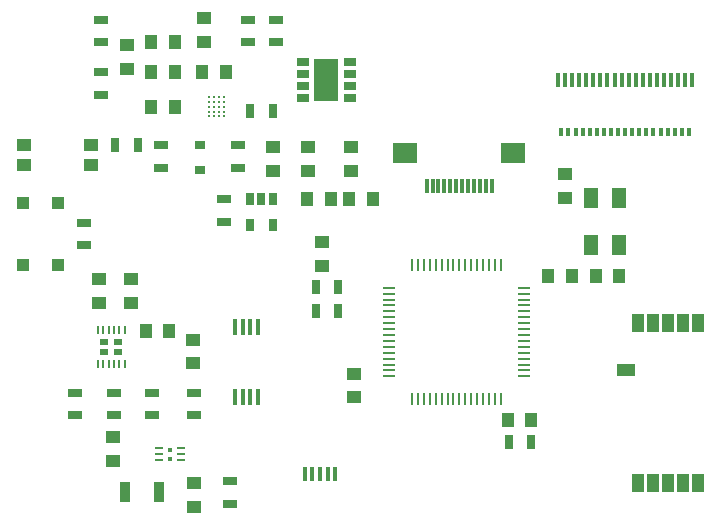
<source format=gtp>
G04 #@! TF.FileFunction,Paste,Top*
%FSLAX46Y46*%
G04 Gerber Fmt 4.6, Leading zero omitted, Abs format (unit mm)*
G04 Created by KiCad (PCBNEW 4.0.6+dfsg1-1) date Tue Dec 26 18:50:37 2017*
%MOMM*%
%LPD*%
G01*
G04 APERTURE LIST*
%ADD10C,0.100000*%
%ADD11R,1.000000X1.600000*%
%ADD12R,1.600000X1.000000*%
%ADD13R,1.000000X1.250000*%
%ADD14R,1.250000X1.000000*%
%ADD15R,0.450000X1.300000*%
%ADD16R,0.900000X1.700000*%
%ADD17R,0.650000X1.060000*%
%ADD18R,0.450000X1.450000*%
%ADD19R,0.250000X1.000000*%
%ADD20R,1.000000X0.250000*%
%ADD21R,0.250000X0.700000*%
%ADD22R,0.714000X0.498000*%
%ADD23R,0.700000X0.250000*%
%ADD24R,0.366000X0.426000*%
%ADD25R,1.200000X1.800000*%
%ADD26R,0.900000X0.800000*%
%ADD27R,0.700000X1.300000*%
%ADD28R,1.300000X0.700000*%
%ADD29C,0.300000*%
%ADD30R,1.200000X1.000000*%
%ADD31R,1.000000X1.100000*%
%ADD32R,1.130000X0.710000*%
%ADD33R,2.150000X3.550000*%
%ADD34R,0.300000X0.700000*%
%ADD35R,0.300000X1.250000*%
%ADD36R,0.300000X1.300000*%
%ADD37R,2.000000X1.800000*%
G04 APERTURE END LIST*
D10*
D11*
X86090000Y-164950000D03*
X84820000Y-164950000D03*
X83550000Y-164950000D03*
X82280000Y-164950000D03*
X81010000Y-164950000D03*
D12*
X80000000Y-168950000D03*
D11*
X81010000Y-178450000D03*
X82280000Y-178450000D03*
X83550000Y-178450000D03*
X84820000Y-178450000D03*
X86090000Y-178450000D03*
D13*
X53030000Y-154430000D03*
X55030000Y-154430000D03*
D14*
X54250000Y-158075000D03*
X54250000Y-160075000D03*
X36600000Y-174575000D03*
X36600000Y-176575000D03*
X43400000Y-178475000D03*
X43400000Y-180475000D03*
D15*
X52800000Y-177675000D03*
X53450000Y-177675000D03*
X54100000Y-177675000D03*
X54750000Y-177675000D03*
X55400000Y-177675000D03*
D16*
X40500000Y-179275000D03*
X37600000Y-179275000D03*
D17*
X50080000Y-154435000D03*
X49130000Y-154435000D03*
X48180000Y-154435000D03*
X48180000Y-156635000D03*
X50080000Y-156635000D03*
D18*
X46885000Y-171185000D03*
X47535000Y-171185000D03*
X48185000Y-171185000D03*
X48835000Y-171185000D03*
X48835000Y-165285000D03*
X48185000Y-165285000D03*
X47535000Y-165285000D03*
X46885000Y-165285000D03*
D19*
X69390000Y-159995000D03*
X68890000Y-159995000D03*
X68390000Y-159995000D03*
X67890000Y-159995000D03*
X67390000Y-159995000D03*
X66890000Y-159995000D03*
X66390000Y-159995000D03*
X65890000Y-159995000D03*
X65390000Y-159995000D03*
X64890000Y-159995000D03*
X64390000Y-159995000D03*
X63890000Y-159995000D03*
X63390000Y-159995000D03*
X62890000Y-159995000D03*
X62390000Y-159995000D03*
X61890000Y-159995000D03*
D20*
X59940000Y-161945000D03*
X59940000Y-162445000D03*
X59940000Y-162945000D03*
X59940000Y-163445000D03*
X59940000Y-163945000D03*
X59940000Y-164445000D03*
X59940000Y-164945000D03*
X59940000Y-165445000D03*
X59940000Y-165945000D03*
X59940000Y-166445000D03*
X59940000Y-166945000D03*
X59940000Y-167445000D03*
X59940000Y-167945000D03*
X59940000Y-168445000D03*
X59940000Y-168945000D03*
X59940000Y-169445000D03*
D19*
X61890000Y-171395000D03*
X62390000Y-171395000D03*
X62890000Y-171395000D03*
X63390000Y-171395000D03*
X63890000Y-171395000D03*
X64390000Y-171395000D03*
X64890000Y-171395000D03*
X65390000Y-171395000D03*
X65890000Y-171395000D03*
X66390000Y-171395000D03*
X66890000Y-171395000D03*
X67390000Y-171395000D03*
X67890000Y-171395000D03*
X68390000Y-171395000D03*
X68890000Y-171395000D03*
X69390000Y-171395000D03*
D20*
X71340000Y-169445000D03*
X71340000Y-168945000D03*
X71340000Y-168445000D03*
X71340000Y-167945000D03*
X71340000Y-167445000D03*
X71340000Y-166945000D03*
X71340000Y-166445000D03*
X71340000Y-165945000D03*
X71340000Y-165445000D03*
X71340000Y-164945000D03*
X71340000Y-164445000D03*
X71340000Y-163945000D03*
X71340000Y-163445000D03*
X71340000Y-162945000D03*
X71340000Y-162445000D03*
X71340000Y-161945000D03*
D21*
X37555000Y-165565000D03*
X37105000Y-165565000D03*
X36655000Y-165565000D03*
X36205000Y-165565000D03*
X35755000Y-165565000D03*
X35305000Y-165565000D03*
X35305000Y-168365000D03*
X35755000Y-168365000D03*
X36205000Y-168365000D03*
X36655000Y-168365000D03*
X37105000Y-168365000D03*
X37555000Y-168365000D03*
D22*
X35835000Y-167380000D03*
X37025000Y-167380000D03*
X35835000Y-166550000D03*
X37025000Y-166550000D03*
D23*
X40500000Y-175550000D03*
X40500000Y-176050000D03*
X40500000Y-176550000D03*
X42350000Y-176550000D03*
X42350000Y-176050000D03*
X42350000Y-175550000D03*
D24*
X41425000Y-176405000D03*
X41425000Y-175695000D03*
D25*
X77025000Y-154325000D03*
X77025000Y-158325000D03*
X79425000Y-158325000D03*
X79425000Y-154325000D03*
D13*
X58575000Y-154425000D03*
X56575000Y-154425000D03*
D14*
X57000000Y-171225000D03*
X57000000Y-169225000D03*
D13*
X71975000Y-173150000D03*
X69975000Y-173150000D03*
X73400000Y-160925000D03*
X75400000Y-160925000D03*
X79425000Y-160925000D03*
X77425000Y-160925000D03*
D14*
X74850000Y-154325000D03*
X74850000Y-152325000D03*
X50075000Y-150025000D03*
X50075000Y-152025000D03*
X53100000Y-150025000D03*
X53100000Y-152025000D03*
D13*
X39325000Y-165575000D03*
X41325000Y-165575000D03*
D14*
X38100000Y-163200000D03*
X38100000Y-161200000D03*
X56675000Y-150025000D03*
X56675000Y-152025000D03*
X43375000Y-166350000D03*
X43375000Y-168350000D03*
D13*
X44140000Y-143700000D03*
X46140000Y-143700000D03*
X41775000Y-143700000D03*
X39775000Y-143700000D03*
D14*
X44275000Y-141150000D03*
X44275000Y-139150000D03*
D13*
X41775000Y-146625000D03*
X39775000Y-146625000D03*
X41775000Y-141150000D03*
X39775000Y-141150000D03*
D14*
X35350000Y-161200000D03*
X35350000Y-163200000D03*
X37725000Y-143400000D03*
X37725000Y-141400000D03*
D26*
X43925000Y-152000000D03*
X43925000Y-149900000D03*
D27*
X36750000Y-149875000D03*
X38650000Y-149875000D03*
D28*
X40650000Y-149875000D03*
X40650000Y-151775000D03*
X39900000Y-172725000D03*
X39900000Y-170825000D03*
D27*
X55650000Y-161875000D03*
X53750000Y-161875000D03*
D28*
X43425000Y-172725000D03*
X43425000Y-170825000D03*
D27*
X53750000Y-163925000D03*
X55650000Y-163925000D03*
D28*
X45925000Y-156350000D03*
X45925000Y-154450000D03*
X47125000Y-151775000D03*
X47125000Y-149875000D03*
X34100000Y-156450000D03*
X34100000Y-158350000D03*
D27*
X70075000Y-174975000D03*
X71975000Y-174975000D03*
X48180000Y-147010000D03*
X50080000Y-147010000D03*
D28*
X47960000Y-141140000D03*
X47960000Y-139240000D03*
X50350000Y-141140000D03*
X50350000Y-139240000D03*
X33350000Y-170825000D03*
X33350000Y-172725000D03*
X36625000Y-170825000D03*
X36625000Y-172725000D03*
X35575000Y-143700000D03*
X35575000Y-145600000D03*
X35575000Y-141150000D03*
X35575000Y-139250000D03*
X46475000Y-178325000D03*
X46475000Y-180225000D03*
D29*
X45920000Y-147430000D03*
X45920000Y-147030000D03*
X45920000Y-146630000D03*
X45920000Y-146230000D03*
X45920000Y-145830000D03*
X45520000Y-147430000D03*
X45120000Y-147430000D03*
X44720000Y-147430000D03*
X45120000Y-147030000D03*
X45520000Y-147030000D03*
X45520000Y-146630000D03*
X45520000Y-146230000D03*
X45520000Y-145830000D03*
X44720000Y-147030000D03*
X44720000Y-146630000D03*
X45120000Y-146630000D03*
X45120000Y-146230000D03*
X44720000Y-146230000D03*
X44720000Y-145830000D03*
X45120000Y-145830000D03*
D30*
X29062500Y-149887500D03*
X29062500Y-151587500D03*
X34662500Y-149887500D03*
X34662500Y-151587500D03*
D31*
X28950000Y-160050000D03*
X28950000Y-154750000D03*
X31900000Y-160050000D03*
X31900000Y-154750000D03*
D32*
X52625000Y-145875000D03*
X52625000Y-144875000D03*
X52625000Y-143875000D03*
X52625000Y-142875000D03*
X56655000Y-145875000D03*
X56655000Y-144875000D03*
X56655000Y-143875000D03*
X56655000Y-142875000D03*
D33*
X54629400Y-144361200D03*
D34*
X85325000Y-148750000D03*
X84725000Y-148750000D03*
X84125000Y-148750000D03*
X83525000Y-148750000D03*
X82925000Y-148750000D03*
X82325000Y-148750000D03*
X81725000Y-148750000D03*
X81125000Y-148750000D03*
X80525000Y-148750000D03*
X79925000Y-148750000D03*
X79325000Y-148750000D03*
X78725000Y-148750000D03*
X78125000Y-148750000D03*
X77525000Y-148750000D03*
X76925000Y-148750000D03*
X76325000Y-148750000D03*
X75725000Y-148750000D03*
X75125000Y-148750000D03*
X74525000Y-148750000D03*
D35*
X85625000Y-144325000D03*
X85025000Y-144325000D03*
X84425000Y-144325000D03*
X83825000Y-144325000D03*
X83225000Y-144325000D03*
X82625000Y-144325000D03*
X82025000Y-144325000D03*
X81425000Y-144325000D03*
X80825000Y-144325000D03*
X80225000Y-144325000D03*
X79625000Y-144325000D03*
X79025000Y-144325000D03*
X78425000Y-144325000D03*
X77825000Y-144325000D03*
X77225000Y-144325000D03*
X76625000Y-144325000D03*
X76025000Y-144325000D03*
X75425000Y-144325000D03*
X74825000Y-144325000D03*
X74225000Y-144325000D03*
D36*
X63120000Y-153290000D03*
D37*
X61320000Y-150540000D03*
D36*
X63620000Y-153290000D03*
X64120000Y-153290000D03*
X64620000Y-153290000D03*
X65120000Y-153290000D03*
X65620000Y-153290000D03*
X66120000Y-153290000D03*
X66620000Y-153290000D03*
X67120000Y-153290000D03*
X67620000Y-153290000D03*
X68120000Y-153290000D03*
X68620000Y-153290000D03*
D37*
X70420000Y-150540000D03*
M02*

</source>
